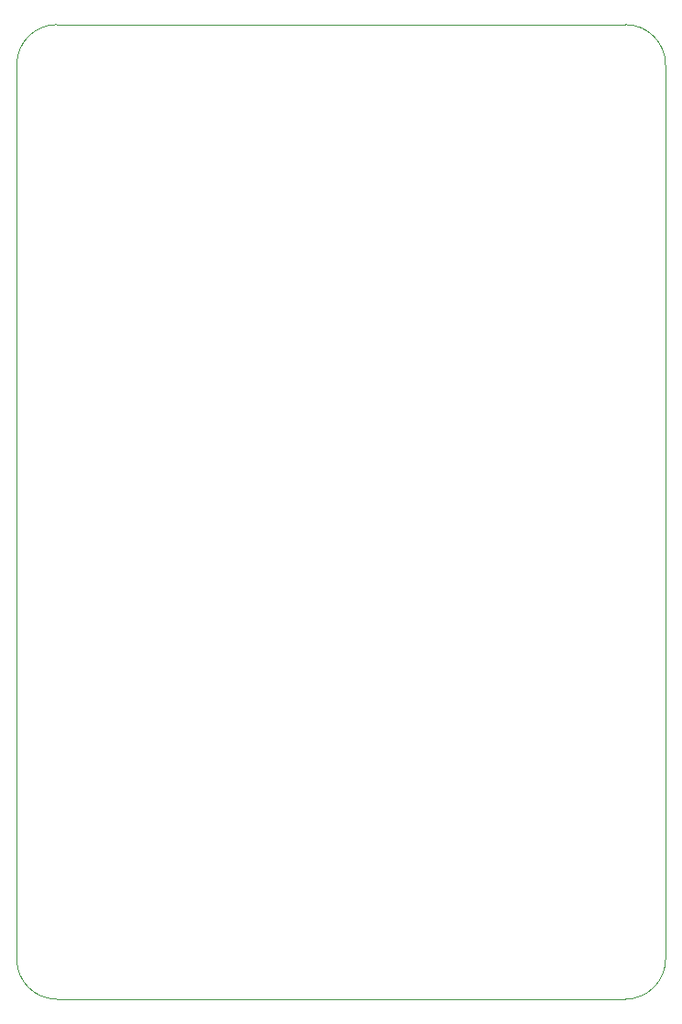
<source format=gm1>
G04 #@! TF.GenerationSoftware,KiCad,Pcbnew,6.0.11-2627ca5db0~126~ubuntu22.04.1*
G04 #@! TF.CreationDate,2023-09-19T13:50:51-03:00*
G04 #@! TF.ProjectId,Drone FCC,44726f6e-6520-4464-9343-2e6b69636164,rev?*
G04 #@! TF.SameCoordinates,Original*
G04 #@! TF.FileFunction,Profile,NP*
%FSLAX46Y46*%
G04 Gerber Fmt 4.6, Leading zero omitted, Abs format (unit mm)*
G04 Created by KiCad (PCBNEW 6.0.11-2627ca5db0~126~ubuntu22.04.1) date 2023-09-19 13:50:51*
%MOMM*%
%LPD*%
G01*
G04 APERTURE LIST*
G04 #@! TA.AperFunction,Profile*
%ADD10C,0.100000*%
G04 #@! TD*
G04 APERTURE END LIST*
D10*
X122524400Y-136943400D02*
G75*
G03*
X126212600Y-140609400I3677100J11100D01*
G01*
X178824400Y-50609400D02*
X126224400Y-50609400D01*
X126212600Y-140609400D02*
X178812600Y-140609400D01*
X126224400Y-50609400D02*
G75*
G03*
X122524400Y-54309400I0J-3700000D01*
G01*
X182524400Y-136943400D02*
X182524400Y-54309400D01*
X182524400Y-54309400D02*
G75*
G03*
X178824400Y-50609400I-3700000J0D01*
G01*
X178812600Y-140609400D02*
G75*
G03*
X182524400Y-136943400I22900J3688900D01*
G01*
X122524400Y-54309400D02*
X122524400Y-136943400D01*
M02*

</source>
